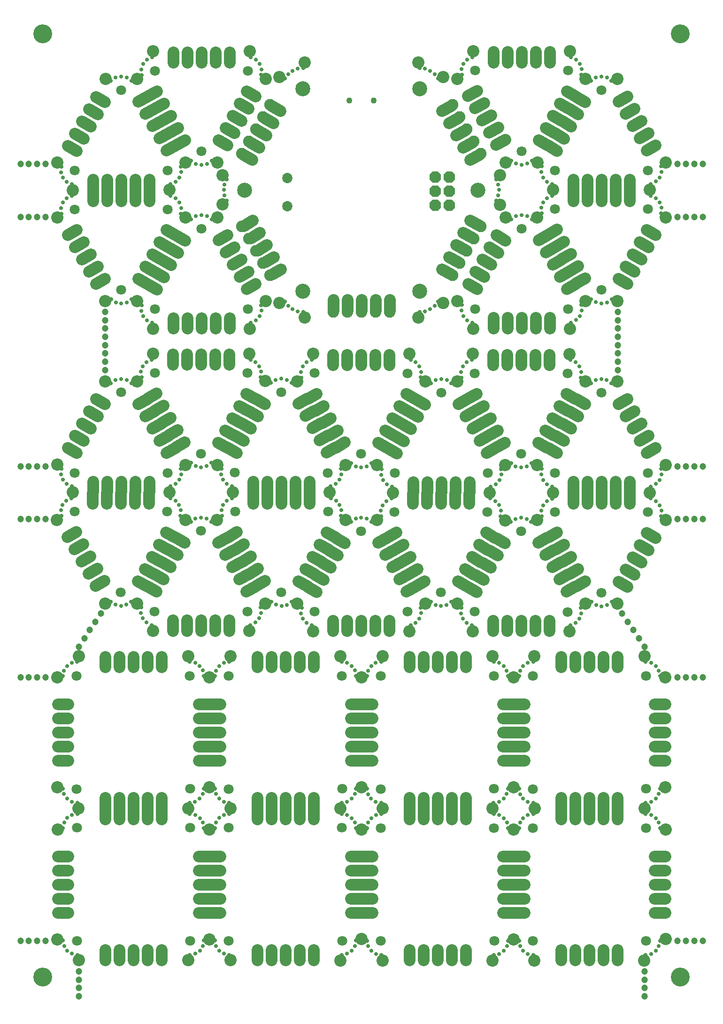
<source format=gbs>
G04 EAGLE Gerber X2 export*
G75*
%MOIN*%
%FSLAX24Y24*%
%LPD*%
%AMOC8*
5,1,8,0,0,1.08239X$1,22.5*%
G01*
%ADD10C,0.070992*%
%ADD11C,0.027685*%
%ADD12C,0.106425*%
%ADD13C,0.086740*%
%ADD14C,0.047370*%
%ADD15C,0.133984*%
%ADD16C,0.082000*%
%ADD17C,0.073000*%
%ADD18P,0.088756X8X292.500000*%
%ADD19C,0.043433*%
%ADD20C,0.082000*%


D10*
X15623Y34977D03*
X22218Y34974D03*
X18915Y29256D03*
D11*
X15408Y35921D03*
X15044Y35751D03*
X14784Y35451D03*
X14654Y35076D03*
X14689Y34675D03*
X18197Y28599D03*
X18529Y28375D03*
X18919Y28289D03*
X19311Y28370D03*
X19635Y28598D03*
X23146Y34678D03*
X23175Y35076D03*
X23050Y35454D03*
X22785Y35752D03*
X22426Y35925D03*
D10*
X4393Y4511D03*
X4393Y12541D03*
X12433Y4521D03*
X12423Y12541D03*
D11*
X3711Y13244D03*
X4040Y13462D03*
X4426Y13534D03*
X3492Y12914D03*
X3417Y12529D03*
X12411Y13534D03*
X12796Y13462D03*
X13123Y13240D03*
X13342Y12918D03*
X13417Y12525D03*
X3417Y4542D03*
X3492Y4153D03*
X3707Y3829D03*
X4037Y3608D03*
X4428Y3533D03*
X12409Y3533D03*
X12794Y3608D03*
X13123Y3827D03*
X13342Y4156D03*
X13417Y4542D03*
D12*
X28741Y50622D03*
X20441Y50612D03*
X32881Y57802D03*
X28741Y64982D03*
X20441Y64982D03*
X16291Y57802D03*
D11*
X15028Y57055D03*
X14874Y57421D03*
X14823Y57811D03*
X14874Y58201D03*
X15028Y58563D03*
X19157Y65717D03*
X19394Y66028D03*
X19709Y66268D03*
X20071Y66417D03*
X20461Y66469D03*
X28720Y66469D03*
X29110Y66417D03*
X29476Y66268D03*
X29787Y66028D03*
X30028Y65717D03*
X34154Y58563D03*
X34307Y58201D03*
X34358Y57811D03*
X34307Y57417D03*
X34154Y57055D03*
X30024Y49902D03*
X29787Y49591D03*
X29476Y49350D03*
X29110Y49201D03*
X28720Y49150D03*
X20461Y49150D03*
X20071Y49201D03*
X19705Y49350D03*
X19394Y49591D03*
X19157Y49902D03*
D10*
X9907Y27899D03*
X13207Y33609D03*
X16507Y27889D03*
D11*
X8982Y28184D03*
X8947Y27784D03*
X9077Y27409D03*
X9337Y27109D03*
X9702Y26939D03*
X16717Y26939D03*
X17077Y27114D03*
X17347Y27409D03*
X17472Y27789D03*
X17437Y28184D03*
X13927Y34264D03*
X13597Y34489D03*
X13207Y34569D03*
X12817Y34489D03*
X12487Y34264D03*
D10*
X4237Y37736D03*
X7537Y43446D03*
X10837Y37726D03*
D11*
X3312Y38021D03*
X3277Y37621D03*
X3407Y37246D03*
X3667Y36946D03*
X4032Y36776D03*
X11047Y36776D03*
X11407Y36951D03*
X11677Y37246D03*
X11802Y37626D03*
X11767Y38021D03*
X8257Y44101D03*
X7927Y44326D03*
X7537Y44406D03*
X7147Y44326D03*
X6817Y44101D03*
D10*
X15602Y37748D03*
X18902Y43458D03*
X22202Y37738D03*
D11*
X14677Y38033D03*
X14642Y37633D03*
X14772Y37258D03*
X15032Y36958D03*
X15397Y36788D03*
X22412Y36788D03*
X22772Y36963D03*
X23042Y37258D03*
X23167Y37638D03*
X23132Y38033D03*
X19622Y44113D03*
X19292Y44338D03*
X18902Y44418D03*
X18512Y44338D03*
X18182Y44113D03*
D10*
X4222Y34982D03*
X10817Y34979D03*
X7514Y29261D03*
D11*
X4007Y35925D03*
X3643Y35756D03*
X3383Y35456D03*
X3253Y35081D03*
X3289Y34679D03*
X6796Y28604D03*
X7128Y28380D03*
X7518Y28294D03*
X7910Y28375D03*
X8234Y28603D03*
X11745Y34683D03*
X11775Y35081D03*
X11649Y35459D03*
X11385Y35757D03*
X11025Y35930D03*
D10*
X9921Y44821D03*
X16516Y44819D03*
X13212Y39101D03*
D11*
X9705Y45765D03*
X9341Y45595D03*
X9081Y45295D03*
X8951Y44920D03*
X8987Y44519D03*
X12494Y38444D03*
X12826Y38220D03*
X13216Y38133D03*
X13608Y38215D03*
X13932Y38443D03*
X17443Y44523D03*
X17473Y44921D03*
X17347Y45299D03*
X17083Y45596D03*
X16723Y45770D03*
D10*
X38348Y34959D03*
X44943Y34956D03*
X41639Y29238D03*
D11*
X38132Y35903D03*
X37768Y35733D03*
X37508Y35433D03*
X37379Y35058D03*
X37414Y34657D03*
X40921Y28582D03*
X41253Y28357D03*
X41643Y28271D03*
X42035Y28353D03*
X42360Y28581D03*
X45870Y34660D03*
X45900Y35059D03*
X45774Y35436D03*
X45510Y35734D03*
X45150Y35907D03*
D10*
X32631Y27882D03*
X35931Y33592D03*
X39231Y27872D03*
D11*
X31706Y28167D03*
X31671Y27767D03*
X31801Y27392D03*
X32061Y27092D03*
X32426Y26922D03*
X39441Y26922D03*
X39801Y27097D03*
X40071Y27392D03*
X40196Y27772D03*
X40161Y28167D03*
X36651Y34247D03*
X36321Y34472D03*
X35931Y34552D03*
X35541Y34472D03*
X35211Y34247D03*
D10*
X26962Y37718D03*
X30262Y43428D03*
X33562Y37708D03*
D11*
X26037Y38003D03*
X26002Y37603D03*
X26132Y37228D03*
X26392Y36928D03*
X26757Y36758D03*
X33772Y36758D03*
X34132Y36933D03*
X34402Y37228D03*
X34527Y37608D03*
X34492Y38003D03*
X30982Y44083D03*
X30652Y44308D03*
X30262Y44388D03*
X29872Y44308D03*
X29542Y44083D03*
D10*
X38326Y37730D03*
X41626Y43440D03*
X44926Y37720D03*
D11*
X37401Y38015D03*
X37366Y37615D03*
X37496Y37240D03*
X37756Y36940D03*
X38121Y36770D03*
X45136Y36770D03*
X45496Y36945D03*
X45766Y37240D03*
X45891Y37620D03*
X45856Y38015D03*
X42346Y44095D03*
X42016Y44320D03*
X41626Y44400D03*
X41236Y44320D03*
X40906Y44095D03*
D10*
X26947Y34964D03*
X33542Y34961D03*
X30238Y29243D03*
D11*
X26731Y35908D03*
X26367Y35738D03*
X26107Y35438D03*
X25978Y35063D03*
X26013Y34662D03*
X29520Y28587D03*
X29852Y28362D03*
X30242Y28276D03*
X30634Y28358D03*
X30959Y28586D03*
X34469Y34665D03*
X34499Y35064D03*
X34373Y35441D03*
X34109Y35739D03*
X33749Y35912D03*
D10*
X32645Y44804D03*
X39240Y44801D03*
X35936Y39083D03*
D11*
X32429Y45747D03*
X32065Y45578D03*
X31806Y45278D03*
X31676Y44902D03*
X31711Y44501D03*
X35219Y38426D03*
X35550Y38202D03*
X35941Y38116D03*
X36332Y38197D03*
X36657Y38425D03*
X40167Y44505D03*
X40197Y44903D03*
X40071Y45281D03*
X39807Y45579D03*
X39447Y45752D03*
D10*
X9943Y66273D03*
X16538Y66270D03*
X13234Y60552D03*
D11*
X9727Y67217D03*
X9363Y67047D03*
X9103Y66747D03*
X8973Y66372D03*
X9009Y65971D03*
X12516Y59895D03*
X12848Y59671D03*
X13238Y59585D03*
X13630Y59667D03*
X13954Y59894D03*
X17465Y65974D03*
X17495Y66372D03*
X17369Y66750D03*
X17105Y67048D03*
X16745Y67221D03*
D10*
X9936Y49354D03*
X13236Y55064D03*
X16536Y49344D03*
D11*
X9011Y49639D03*
X8976Y49239D03*
X9106Y48864D03*
X9366Y48564D03*
X9731Y48394D03*
X16746Y48394D03*
X17106Y48569D03*
X17376Y48864D03*
X17501Y49244D03*
X17466Y49639D03*
X13956Y55719D03*
X13626Y55944D03*
X13236Y56024D03*
X12846Y55944D03*
X12516Y55719D03*
D10*
X38330Y59193D03*
X41630Y64903D03*
X44930Y59183D03*
D11*
X37405Y59478D03*
X37370Y59078D03*
X37500Y58703D03*
X37760Y58403D03*
X38125Y58233D03*
X45140Y58233D03*
X45500Y58408D03*
X45770Y58703D03*
X45895Y59083D03*
X45860Y59478D03*
X42350Y65558D03*
X42020Y65783D03*
X41630Y65863D03*
X41240Y65783D03*
X40910Y65558D03*
D10*
X38340Y56444D03*
X44935Y56441D03*
X41632Y50724D03*
D11*
X38124Y57388D03*
X37761Y57218D03*
X37501Y56918D03*
X37371Y56543D03*
X37406Y56142D03*
X40914Y50067D03*
X41245Y49842D03*
X41636Y49756D03*
X42027Y49838D03*
X42352Y50066D03*
X45862Y56145D03*
X45892Y56544D03*
X45767Y56921D03*
X45502Y57219D03*
X45142Y57393D03*
D10*
X21283Y44807D03*
X27878Y44804D03*
X24574Y39086D03*
D11*
X21067Y45750D03*
X20703Y45580D03*
X20444Y45280D03*
X20314Y44905D03*
X20349Y44504D03*
X23857Y38429D03*
X24188Y38205D03*
X24579Y38118D03*
X24970Y38200D03*
X25295Y38428D03*
X28805Y44508D03*
X28835Y44906D03*
X28709Y45284D03*
X28445Y45581D03*
X28085Y45755D03*
D10*
X21277Y27888D03*
X24577Y33598D03*
X27877Y27878D03*
D11*
X20352Y28173D03*
X20317Y27773D03*
X20447Y27398D03*
X20707Y27098D03*
X21072Y26928D03*
X28087Y26928D03*
X28447Y27103D03*
X28717Y27398D03*
X28842Y27778D03*
X28807Y28173D03*
X25297Y34253D03*
X24967Y34478D03*
X24577Y34558D03*
X24187Y34478D03*
X23857Y34253D03*
D10*
X32673Y66281D03*
X39268Y66278D03*
X35964Y60560D03*
D11*
X32457Y67225D03*
X32093Y67055D03*
X31833Y66755D03*
X31704Y66380D03*
X31739Y65979D03*
X35246Y59903D03*
X35578Y59679D03*
X35968Y59593D03*
X36360Y59675D03*
X36685Y59902D03*
X40195Y65982D03*
X40225Y66380D03*
X40099Y66758D03*
X39835Y67056D03*
X39475Y67229D03*
D10*
X32667Y49362D03*
X35967Y55072D03*
X39267Y49352D03*
D11*
X31742Y49647D03*
X31707Y49247D03*
X31837Y48872D03*
X32097Y48572D03*
X32462Y48402D03*
X39477Y48402D03*
X39837Y48577D03*
X40107Y48872D03*
X40232Y49252D03*
X40197Y49647D03*
X36687Y55727D03*
X36357Y55952D03*
X35967Y56032D03*
X35577Y55952D03*
X35247Y55727D03*
D10*
X4237Y59187D03*
X7537Y64897D03*
X10837Y59177D03*
D11*
X3312Y59472D03*
X3277Y59072D03*
X3407Y58697D03*
X3667Y58397D03*
X4032Y58227D03*
X11047Y58227D03*
X11407Y58402D03*
X11677Y58697D03*
X11802Y59077D03*
X11767Y59472D03*
X8257Y65552D03*
X7927Y65777D03*
X7537Y65857D03*
X7147Y65777D03*
X6817Y65552D03*
D10*
X4248Y56438D03*
X10843Y56436D03*
X7539Y50718D03*
D11*
X4032Y57382D03*
X3668Y57212D03*
X3408Y56912D03*
X3278Y56537D03*
X3314Y56136D03*
X6821Y50061D03*
X7153Y49837D03*
X7543Y49750D03*
X7935Y49832D03*
X8259Y50060D03*
X11770Y56140D03*
X11800Y56538D03*
X11674Y56916D03*
X11410Y57213D03*
X11050Y57387D03*
D10*
X4384Y15303D03*
X4384Y23333D03*
X12424Y15313D03*
X12414Y23333D03*
D11*
X3701Y24035D03*
X4031Y24254D03*
X4416Y24325D03*
X3483Y23706D03*
X3407Y23320D03*
X12401Y24325D03*
X12786Y24254D03*
X13114Y24031D03*
X13332Y23710D03*
X13407Y23317D03*
X3407Y15333D03*
X3483Y14944D03*
X3697Y14621D03*
X4027Y14400D03*
X4418Y14325D03*
X12399Y14325D03*
X12784Y14400D03*
X13114Y14619D03*
X13332Y14948D03*
X13407Y15333D03*
D10*
X15179Y15301D03*
X15179Y23331D03*
X23219Y15311D03*
X23209Y23331D03*
D11*
X14497Y24033D03*
X14826Y24252D03*
X15211Y24323D03*
X14278Y23704D03*
X14203Y23319D03*
X23196Y24323D03*
X23582Y24252D03*
X23909Y24029D03*
X24128Y23708D03*
X24203Y23315D03*
X14203Y15331D03*
X14278Y14942D03*
X14493Y14619D03*
X14822Y14398D03*
X15213Y14323D03*
X23194Y14323D03*
X23580Y14398D03*
X23909Y14617D03*
X24128Y14946D03*
X24203Y15331D03*
D10*
X15179Y4511D03*
X15179Y12541D03*
X23219Y4521D03*
X23209Y12541D03*
D11*
X14497Y13244D03*
X14826Y13462D03*
X15211Y13534D03*
X14278Y12914D03*
X14203Y12529D03*
X23196Y13534D03*
X23582Y13462D03*
X23909Y13240D03*
X24128Y12918D03*
X24203Y12525D03*
X14203Y4542D03*
X14278Y4153D03*
X14493Y3829D03*
X14822Y3608D03*
X15213Y3533D03*
X23194Y3533D03*
X23580Y3608D03*
X23909Y3827D03*
X24128Y4156D03*
X24203Y4542D03*
D10*
X25978Y4508D03*
X25978Y12538D03*
X34018Y4518D03*
X34008Y12538D03*
D11*
X25296Y13240D03*
X25625Y13459D03*
X26010Y13530D03*
X25077Y12910D03*
X25002Y12525D03*
X33996Y13530D03*
X34381Y13459D03*
X34708Y13236D03*
X34927Y12914D03*
X35002Y12521D03*
X25002Y4538D03*
X25077Y4149D03*
X25292Y3825D03*
X25621Y3604D03*
X26012Y3529D03*
X33994Y3529D03*
X34379Y3604D03*
X34708Y3823D03*
X34927Y4153D03*
X35002Y4538D03*
D10*
X25968Y15299D03*
X25968Y23329D03*
X34008Y15309D03*
X33998Y23329D03*
D11*
X25286Y24031D03*
X25615Y24250D03*
X26001Y24321D03*
X25067Y23702D03*
X24992Y23317D03*
X33986Y24321D03*
X34371Y24250D03*
X34698Y24027D03*
X34917Y23706D03*
X34992Y23313D03*
X24992Y15329D03*
X25067Y14940D03*
X25282Y14617D03*
X25611Y14396D03*
X26002Y14321D03*
X33984Y14321D03*
X34369Y14396D03*
X34698Y14615D03*
X34917Y14944D03*
X34992Y15329D03*
D10*
X36763Y15297D03*
X36763Y23327D03*
X44803Y15307D03*
X44793Y23327D03*
D11*
X36081Y24029D03*
X36411Y24248D03*
X36796Y24319D03*
X35863Y23700D03*
X35787Y23315D03*
X44781Y24319D03*
X45166Y24248D03*
X45493Y24025D03*
X45712Y23704D03*
X45787Y23311D03*
X35787Y15327D03*
X35863Y14938D03*
X36077Y14615D03*
X36407Y14394D03*
X36798Y14319D03*
X44779Y14319D03*
X45164Y14394D03*
X45493Y14613D03*
X45712Y14942D03*
X45787Y15327D03*
D10*
X36763Y4508D03*
X36763Y12538D03*
X44803Y4518D03*
X44793Y12538D03*
D11*
X36081Y13240D03*
X36411Y13459D03*
X36796Y13530D03*
X35863Y12910D03*
X35787Y12525D03*
X44781Y13530D03*
X45166Y13459D03*
X45493Y13236D03*
X45712Y12914D03*
X45787Y12521D03*
X35787Y4538D03*
X35863Y4149D03*
X36077Y3825D03*
X36407Y3604D03*
X36798Y3529D03*
X44779Y3529D03*
X45164Y3604D03*
X45493Y3823D03*
X45712Y4153D03*
X45787Y4538D03*
D13*
X4520Y3142D03*
X3016Y4634D03*
X3020Y12433D03*
X4516Y13929D03*
X12307Y13933D03*
X13807Y12425D03*
X15315Y13925D03*
X13807Y15425D03*
X12311Y3146D03*
X13807Y4634D03*
X15303Y3142D03*
X23094Y3138D03*
X26094Y3138D03*
X24606Y4646D03*
X33894Y3138D03*
X35394Y4638D03*
X36878Y3134D03*
X44681Y3138D03*
X46185Y4642D03*
X46189Y12429D03*
X44685Y13929D03*
X36898Y13929D03*
X35390Y12433D03*
X33890Y13925D03*
X35394Y15429D03*
X46181Y15425D03*
X24602Y12425D03*
X23098Y13925D03*
X24598Y15433D03*
X26094Y13921D03*
X3016Y15429D03*
X3016Y23220D03*
X4524Y24717D03*
X12299Y24720D03*
X13811Y23217D03*
X15303Y24720D03*
X23102Y24709D03*
X26098Y24717D03*
X24602Y23209D03*
X33886Y24720D03*
X35390Y23217D03*
X36878Y24713D03*
X44685Y24713D03*
X46181Y23220D03*
X10961Y36343D03*
X12098Y38299D03*
X14354Y38303D03*
X15484Y36350D03*
X14350Y34402D03*
X12087Y34394D03*
X23461Y38303D03*
X25705Y38287D03*
X26831Y36331D03*
X25701Y34382D03*
X23457Y34386D03*
X22335Y36350D03*
X34815Y38280D03*
X37079Y38295D03*
X38197Y36339D03*
X37071Y34378D03*
X34815Y34370D03*
X33693Y36339D03*
X12094Y59772D03*
X10969Y57811D03*
X12098Y55858D03*
X14370Y55862D03*
X14740Y56780D03*
X14740Y58854D03*
X14378Y59764D03*
X34449Y58850D03*
X34846Y59764D03*
X37087Y59760D03*
X38201Y57815D03*
X37083Y55858D03*
X34839Y55866D03*
X34445Y56760D03*
X16650Y46193D03*
X17772Y44244D03*
X20028Y44236D03*
X21157Y46177D03*
X20567Y48748D03*
X18768Y49787D03*
X17799Y49925D03*
X16665Y47969D03*
X28630Y48752D03*
X30417Y49799D03*
X31413Y49925D03*
X32531Y47969D03*
X32512Y46177D03*
X31398Y44220D03*
X29142Y44232D03*
X28012Y46181D03*
X6406Y44236D03*
X8669Y44240D03*
X9791Y46193D03*
X9807Y47969D03*
X8673Y49921D03*
X6417Y49917D03*
X42772Y49921D03*
X40512Y49929D03*
X39386Y47969D03*
X39378Y46173D03*
X40504Y44228D03*
X42764Y44228D03*
X2988Y38307D03*
X4102Y36350D03*
X2972Y34390D03*
X6406Y28457D03*
X8661Y28453D03*
X9787Y26508D03*
X16650Y26508D03*
X17780Y28461D03*
X20035Y28457D03*
X21161Y26500D03*
X28008Y26504D03*
X29130Y28449D03*
X31390Y28457D03*
X32516Y26500D03*
X39370Y26500D03*
X40512Y28445D03*
X42768Y28445D03*
X46189Y34378D03*
X45063Y36339D03*
X46193Y38295D03*
X2988Y55858D03*
X4114Y57803D03*
X2988Y59760D03*
X6421Y65693D03*
X8677Y65697D03*
X9811Y67654D03*
X16665Y67642D03*
X17791Y65693D03*
X18768Y65831D03*
X20563Y66870D03*
X28626Y66862D03*
X30417Y65827D03*
X31413Y65705D03*
X32531Y67654D03*
X39394Y67654D03*
X40512Y65701D03*
X42764Y65697D03*
X46189Y59764D03*
X45059Y57815D03*
X46193Y55862D03*
D14*
X4528Y2362D03*
X4528Y1772D03*
X4528Y1181D03*
X4528Y591D03*
X2165Y4528D03*
X1575Y4528D03*
X984Y4528D03*
X394Y4528D03*
X44685Y2362D03*
X44685Y1772D03*
X44685Y1181D03*
X44685Y591D03*
X47047Y4528D03*
X47638Y4528D03*
X48228Y4528D03*
X48819Y4528D03*
X47047Y23228D03*
X47638Y23228D03*
X48228Y23228D03*
X48819Y23228D03*
X2165Y23228D03*
X1575Y23228D03*
X984Y23228D03*
X394Y23228D03*
X2165Y59646D03*
X1575Y59646D03*
X984Y59646D03*
X394Y59646D03*
X47047Y59646D03*
X47638Y59646D03*
X48228Y59646D03*
X48819Y59646D03*
X47047Y55906D03*
X47638Y55906D03*
X48228Y55906D03*
X48819Y55906D03*
X2165Y55906D03*
X1575Y55906D03*
X984Y55906D03*
X394Y55906D03*
X394Y38189D03*
X984Y38189D03*
X1575Y38189D03*
X2165Y38189D03*
X394Y34449D03*
X984Y34449D03*
X1575Y34449D03*
X2165Y34449D03*
X47047Y38189D03*
X47638Y38189D03*
X48228Y38189D03*
X48819Y38189D03*
X47047Y34449D03*
X47638Y34449D03*
X48228Y34449D03*
X48819Y34449D03*
X6398Y49163D03*
X6398Y48573D03*
X6398Y47982D03*
X6398Y47392D03*
X6398Y46801D03*
X6398Y46211D03*
X6398Y45620D03*
X6398Y45030D03*
X42815Y49163D03*
X42815Y48573D03*
X42815Y47982D03*
X42815Y47392D03*
X42815Y46801D03*
X42815Y46211D03*
X42815Y45620D03*
X42815Y45030D03*
X6102Y27756D03*
X5709Y27165D03*
X5315Y26575D03*
X4921Y25984D03*
X4528Y25394D03*
X43110Y27756D03*
X43504Y27165D03*
X43898Y26575D03*
X44291Y25984D03*
X44685Y25394D03*
D15*
X1969Y1969D03*
X47244Y1969D03*
X47244Y68898D03*
X1969Y68898D03*
D16*
X15736Y33541D02*
X15096Y33171D01*
X15596Y32305D02*
X16236Y32675D01*
X16736Y31809D02*
X16096Y31439D01*
X16596Y30573D02*
X17236Y30943D01*
X17736Y30077D02*
X17096Y29707D01*
X20115Y30057D02*
X20756Y29687D01*
X21256Y30553D02*
X20615Y30923D01*
X21115Y31789D02*
X21756Y31419D01*
X22256Y32285D02*
X21615Y32655D01*
X22115Y33521D02*
X22756Y33151D01*
X16914Y35568D02*
X16914Y36308D01*
X17914Y36308D02*
X17914Y35568D01*
X18914Y35568D02*
X18914Y36308D01*
X19914Y36308D02*
X19914Y35568D01*
X20914Y35568D02*
X20914Y36308D01*
X3783Y6531D02*
X3043Y6531D01*
X3043Y7531D02*
X3783Y7531D01*
X3783Y8531D02*
X3043Y8531D01*
X3043Y9531D02*
X3783Y9531D01*
X3783Y10531D02*
X3043Y10531D01*
X13043Y6531D02*
X13783Y6531D01*
X13783Y7531D02*
X13043Y7531D01*
X13043Y8531D02*
X13783Y8531D01*
X13783Y9531D02*
X13043Y9531D01*
X13043Y10531D02*
X13783Y10531D01*
X6413Y13161D02*
X6413Y13901D01*
X7413Y13901D02*
X7413Y13161D01*
X8413Y13161D02*
X8413Y13901D01*
X9413Y13901D02*
X9413Y13161D01*
X10413Y13161D02*
X10413Y13901D01*
X6413Y3901D02*
X6413Y3161D01*
X7413Y3161D02*
X7413Y3901D01*
X8413Y3901D02*
X8413Y3161D01*
X9413Y3161D02*
X9413Y3901D01*
X10413Y3901D02*
X10413Y3161D01*
D17*
X19341Y58642D03*
X19341Y56642D03*
D18*
X29841Y58709D03*
X30841Y58709D03*
X29841Y57709D03*
X30841Y57709D03*
X29841Y56709D03*
X30841Y56709D03*
D19*
X25457Y64142D03*
X23724Y64142D03*
D20*
X26591Y49142D03*
X25591Y49142D03*
X24591Y49142D03*
X23591Y49142D03*
X22591Y49142D03*
D16*
X26591Y49272D02*
X26591Y50012D01*
X25591Y50012D02*
X25591Y49272D01*
X24591Y49272D02*
X24591Y50012D01*
X23591Y50012D02*
X23591Y49272D01*
X22591Y49272D02*
X22591Y50012D01*
D20*
X31069Y51757D03*
X31569Y52623D03*
X32069Y53489D03*
X32569Y54355D03*
X33069Y55222D03*
D16*
X30956Y51822D02*
X30315Y52192D01*
X30815Y53058D02*
X31456Y52688D01*
X31956Y53554D02*
X31315Y53924D01*
X31815Y54790D02*
X32456Y54420D01*
X32956Y55287D02*
X32315Y55657D01*
D20*
X33069Y60395D03*
X32569Y61261D03*
X32069Y62127D03*
X31569Y62993D03*
X31069Y63859D03*
D16*
X32956Y60330D02*
X32315Y59960D01*
X31815Y60826D02*
X32456Y61196D01*
X31956Y62062D02*
X31315Y61692D01*
X30815Y62558D02*
X31456Y62928D01*
X30956Y63794D02*
X30315Y63424D01*
D20*
X18093Y63856D03*
X17593Y62990D03*
X17093Y62124D03*
X16593Y61258D03*
X16093Y60392D03*
D16*
X18205Y63791D02*
X18846Y63421D01*
X18346Y62555D02*
X17705Y62925D01*
X17205Y62059D02*
X17846Y61689D01*
X17346Y60823D02*
X16705Y61193D01*
X16205Y60327D02*
X16846Y59957D01*
D20*
X16107Y55207D03*
X16607Y54341D03*
X17107Y53475D03*
X17607Y52609D03*
X18107Y51743D03*
D16*
X16219Y55272D02*
X16860Y55642D01*
X17360Y54776D02*
X16719Y54406D01*
X17219Y53540D02*
X17860Y53910D01*
X18360Y53044D02*
X17719Y52674D01*
X18219Y51808D02*
X18860Y52178D01*
X11207Y27279D02*
X11207Y26539D01*
X12207Y26539D02*
X12207Y27279D01*
X13207Y27279D02*
X13207Y26539D01*
X14207Y26539D02*
X14207Y27279D01*
X15207Y27279D02*
X15207Y26539D01*
X16414Y29329D02*
X17055Y29699D01*
X16555Y30565D02*
X15914Y30195D01*
X15414Y31061D02*
X16055Y31431D01*
X15555Y32298D02*
X14914Y31928D01*
X14414Y32794D02*
X15055Y33164D01*
X10041Y29313D02*
X9400Y29683D01*
X9900Y30549D02*
X10541Y30179D01*
X11041Y31045D02*
X10400Y31415D01*
X10900Y32281D02*
X11541Y31911D01*
X12041Y32777D02*
X11400Y33147D01*
X5537Y36376D02*
X5537Y37116D01*
X6537Y37116D02*
X6537Y36376D01*
X7537Y36376D02*
X7537Y37116D01*
X8537Y37116D02*
X8537Y36376D01*
X9537Y36376D02*
X9537Y37116D01*
X10744Y39166D02*
X11385Y39536D01*
X10885Y40402D02*
X10244Y40032D01*
X9744Y40898D02*
X10385Y41268D01*
X9885Y42134D02*
X9244Y41764D01*
X8744Y42630D02*
X9385Y43000D01*
X4371Y39149D02*
X3731Y39519D01*
X4231Y40385D02*
X4871Y40015D01*
X5371Y40881D02*
X4731Y41251D01*
X5231Y42117D02*
X5871Y41747D01*
X6371Y42613D02*
X5731Y42983D01*
X16902Y37128D02*
X16902Y36388D01*
X17902Y36388D02*
X17902Y37128D01*
X18902Y37128D02*
X18902Y36388D01*
X19902Y36388D02*
X19902Y37128D01*
X20902Y37128D02*
X20902Y36388D01*
X22109Y39178D02*
X22749Y39548D01*
X22249Y40414D02*
X21609Y40044D01*
X21109Y40910D02*
X21749Y41280D01*
X21249Y42146D02*
X20609Y41776D01*
X20109Y42642D02*
X20749Y43012D01*
X15736Y39161D02*
X15095Y39531D01*
X15595Y40397D02*
X16236Y40027D01*
X16736Y40893D02*
X16095Y41263D01*
X16595Y42129D02*
X17236Y41759D01*
X17736Y42625D02*
X17095Y42995D01*
X4335Y33546D02*
X3695Y33176D01*
X4195Y32310D02*
X4835Y32680D01*
X5335Y31814D02*
X4695Y31444D01*
X5195Y30578D02*
X5835Y30948D01*
X6335Y30082D02*
X5695Y29712D01*
X8714Y30062D02*
X9355Y29692D01*
X9855Y30558D02*
X9214Y30928D01*
X9714Y31794D02*
X10355Y31424D01*
X10855Y32290D02*
X10214Y32660D01*
X10714Y33526D02*
X11355Y33156D01*
X5513Y35572D02*
X5513Y36312D01*
X6513Y36312D02*
X6513Y35572D01*
X7513Y35572D02*
X7513Y36312D01*
X8513Y36312D02*
X8513Y35572D01*
X9513Y35572D02*
X9513Y36312D01*
X9393Y43016D02*
X10034Y43386D01*
X10534Y42520D02*
X9893Y42150D01*
X10393Y41284D02*
X11034Y41654D01*
X11534Y40788D02*
X10893Y40418D01*
X11393Y39552D02*
X12034Y39922D01*
X14412Y39901D02*
X15053Y39531D01*
X15553Y40397D02*
X14912Y40767D01*
X15412Y41633D02*
X16053Y41263D01*
X16553Y42129D02*
X15912Y42499D01*
X16412Y43365D02*
X17053Y42995D01*
X11212Y45412D02*
X11212Y46152D01*
X12212Y46152D02*
X12212Y45412D01*
X13212Y45412D02*
X13212Y46152D01*
X14212Y46152D02*
X14212Y45412D01*
X15212Y45412D02*
X15212Y46152D01*
X37820Y33153D02*
X38461Y33523D01*
X38961Y32657D02*
X38320Y32287D01*
X38820Y31421D02*
X39461Y31791D01*
X39961Y30925D02*
X39320Y30555D01*
X39820Y29689D02*
X40461Y30059D01*
X42840Y30039D02*
X43481Y29669D01*
X43981Y30535D02*
X43340Y30905D01*
X43840Y31771D02*
X44481Y31401D01*
X44981Y32267D02*
X44340Y32637D01*
X44840Y33503D02*
X45481Y33133D01*
X39639Y35550D02*
X39639Y36290D01*
X40639Y36290D02*
X40639Y35550D01*
X41639Y35550D02*
X41639Y36290D01*
X42639Y36290D02*
X42639Y35550D01*
X43639Y35550D02*
X43639Y36290D01*
X33931Y27262D02*
X33931Y26522D01*
X34931Y26522D02*
X34931Y27262D01*
X35931Y27262D02*
X35931Y26522D01*
X36931Y26522D02*
X36931Y27262D01*
X37931Y27262D02*
X37931Y26522D01*
X39138Y29312D02*
X39779Y29682D01*
X39279Y30548D02*
X38638Y30178D01*
X38138Y31044D02*
X38779Y31414D01*
X38279Y32280D02*
X37638Y31910D01*
X37138Y32776D02*
X37779Y33146D01*
X32765Y29295D02*
X32124Y29665D01*
X32624Y30531D02*
X33265Y30161D01*
X33765Y31027D02*
X33124Y31397D01*
X33624Y32263D02*
X34265Y31893D01*
X34765Y32759D02*
X34124Y33129D01*
X28262Y36358D02*
X28262Y37098D01*
X29262Y37098D02*
X29262Y36358D01*
X30262Y36358D02*
X30262Y37098D01*
X31262Y37098D02*
X31262Y36358D01*
X32262Y36358D02*
X32262Y37098D01*
X33469Y39148D02*
X34110Y39518D01*
X33610Y40384D02*
X32969Y40014D01*
X32469Y40880D02*
X33110Y41250D01*
X32610Y42116D02*
X31969Y41746D01*
X31469Y42612D02*
X32110Y42982D01*
X27096Y39132D02*
X26455Y39502D01*
X26955Y40368D02*
X27596Y39998D01*
X28096Y40864D02*
X27455Y41234D01*
X27955Y42100D02*
X28596Y41730D01*
X29096Y42596D02*
X28455Y42966D01*
X39626Y37110D02*
X39626Y36370D01*
X40626Y36370D02*
X40626Y37110D01*
X41626Y37110D02*
X41626Y36370D01*
X42626Y36370D02*
X42626Y37110D01*
X43626Y37110D02*
X43626Y36370D01*
X44833Y39160D02*
X45474Y39530D01*
X44974Y40396D02*
X44333Y40026D01*
X43833Y40892D02*
X44474Y41262D01*
X43974Y42128D02*
X43333Y41758D01*
X42833Y42624D02*
X43474Y42994D01*
X38460Y39143D02*
X37819Y39513D01*
X38319Y40379D02*
X38960Y40009D01*
X39460Y40876D02*
X38819Y41246D01*
X39319Y42112D02*
X39960Y41742D01*
X40460Y42608D02*
X39819Y42978D01*
X27060Y33528D02*
X26419Y33158D01*
X26919Y32292D02*
X27560Y32662D01*
X28060Y31796D02*
X27419Y31426D01*
X27919Y30560D02*
X28560Y30930D01*
X29060Y30064D02*
X28419Y29694D01*
X31439Y30044D02*
X32080Y29674D01*
X32580Y30540D02*
X31939Y30910D01*
X32439Y31776D02*
X33080Y31406D01*
X33580Y32272D02*
X32939Y32642D01*
X33439Y33508D02*
X34080Y33138D01*
X28238Y35555D02*
X28238Y36295D01*
X29238Y36295D02*
X29238Y35555D01*
X30238Y35555D02*
X30238Y36295D01*
X31238Y36295D02*
X31238Y35555D01*
X32238Y35555D02*
X32238Y36295D01*
X32117Y42998D02*
X32758Y43368D01*
X33258Y42502D02*
X32617Y42132D01*
X33117Y41266D02*
X33758Y41636D01*
X34258Y40770D02*
X33617Y40400D01*
X34117Y39534D02*
X34758Y39904D01*
X37137Y39884D02*
X37778Y39514D01*
X38278Y40380D02*
X37637Y40750D01*
X38137Y41616D02*
X38778Y41246D01*
X39278Y42112D02*
X38637Y42482D01*
X39137Y43348D02*
X39778Y42978D01*
X33936Y45394D02*
X33936Y46134D01*
X34936Y46134D02*
X34936Y45394D01*
X35936Y45394D02*
X35936Y46134D01*
X36936Y46134D02*
X36936Y45394D01*
X37936Y45394D02*
X37936Y46134D01*
X10056Y64837D02*
X9415Y64467D01*
X9915Y63601D02*
X10556Y63971D01*
X11056Y63105D02*
X10415Y62735D01*
X10915Y61869D02*
X11556Y62239D01*
X12056Y61373D02*
X11415Y61003D01*
X14434Y61353D02*
X15075Y60983D01*
X15575Y61849D02*
X14934Y62219D01*
X15434Y63085D02*
X16075Y62715D01*
X16575Y63581D02*
X15934Y63951D01*
X16434Y64817D02*
X17075Y64447D01*
X11234Y66864D02*
X11234Y67604D01*
X12234Y67604D02*
X12234Y66864D01*
X13234Y66864D02*
X13234Y67604D01*
X14234Y67604D02*
X14234Y66864D01*
X15234Y66864D02*
X15234Y67604D01*
X11236Y48734D02*
X11236Y47994D01*
X12236Y47994D02*
X12236Y48734D01*
X13236Y48734D02*
X13236Y47994D01*
X14236Y47994D02*
X14236Y48734D01*
X15236Y48734D02*
X15236Y47994D01*
X16443Y50784D02*
X17084Y51154D01*
X16584Y52020D02*
X15943Y51650D01*
X15443Y52516D02*
X16084Y52886D01*
X15584Y53752D02*
X14943Y53382D01*
X14443Y54248D02*
X15084Y54618D01*
X10070Y50767D02*
X9429Y51137D01*
X9929Y52003D02*
X10570Y51634D01*
X11070Y52500D02*
X10429Y52870D01*
X10929Y53736D02*
X11570Y53366D01*
X12070Y54232D02*
X11429Y54602D01*
X39630Y57833D02*
X39630Y58573D01*
X40630Y58573D02*
X40630Y57833D01*
X41630Y57833D02*
X41630Y58573D01*
X42630Y58573D02*
X42630Y57833D01*
X43630Y57833D02*
X43630Y58573D01*
X44837Y60623D02*
X45478Y60993D01*
X44978Y61859D02*
X44337Y61489D01*
X43837Y62355D02*
X44478Y62725D01*
X43978Y63591D02*
X43337Y63221D01*
X42837Y64087D02*
X43478Y64457D01*
X38464Y60606D02*
X37823Y60976D01*
X38323Y61842D02*
X38964Y61472D01*
X39464Y62338D02*
X38823Y62708D01*
X39323Y63574D02*
X39964Y63204D01*
X40464Y64070D02*
X39823Y64440D01*
X38453Y55009D02*
X37812Y54639D01*
X38312Y53773D02*
X38953Y54143D01*
X39453Y53276D02*
X38812Y52907D01*
X39312Y52040D02*
X39953Y52410D01*
X40453Y51544D02*
X39812Y51174D01*
X42832Y51524D02*
X43473Y51154D01*
X43973Y52020D02*
X43332Y52390D01*
X43832Y53256D02*
X44473Y52886D01*
X44973Y53752D02*
X44332Y54122D01*
X44832Y54988D02*
X45473Y54618D01*
X39631Y57035D02*
X39631Y57775D01*
X40631Y57775D02*
X40631Y57035D01*
X41631Y57035D02*
X41631Y57775D01*
X42631Y57775D02*
X42631Y57035D01*
X43631Y57035D02*
X43631Y57775D01*
X21396Y43371D02*
X20755Y43001D01*
X21255Y42135D02*
X21896Y42505D01*
X22396Y41639D02*
X21755Y41269D01*
X22255Y40403D02*
X22896Y40773D01*
X23396Y39907D02*
X22755Y39537D01*
X25775Y39886D02*
X26416Y39516D01*
X26916Y40382D02*
X26275Y40752D01*
X26775Y41618D02*
X27416Y41248D01*
X27916Y42114D02*
X27275Y42484D01*
X27775Y43350D02*
X28416Y42980D01*
X22574Y45397D02*
X22574Y46137D01*
X23574Y46137D02*
X23574Y45397D01*
X24574Y45397D02*
X24574Y46137D01*
X25574Y46137D02*
X25574Y45397D01*
X26574Y45397D02*
X26574Y46137D01*
X22577Y27268D02*
X22577Y26528D01*
X23577Y26528D02*
X23577Y27268D01*
X24577Y27268D02*
X24577Y26528D01*
X25577Y26528D02*
X25577Y27268D01*
X26577Y27268D02*
X26577Y26528D01*
X27784Y29318D02*
X28425Y29688D01*
X27925Y30554D02*
X27284Y30184D01*
X26784Y31050D02*
X27425Y31420D01*
X26925Y32286D02*
X26284Y31916D01*
X25784Y32782D02*
X26425Y33152D01*
X21411Y29301D02*
X20770Y29671D01*
X21270Y30537D02*
X21911Y30167D01*
X22411Y31033D02*
X21770Y31403D01*
X22270Y32269D02*
X22911Y31899D01*
X23411Y32765D02*
X22770Y33135D01*
X32145Y64475D02*
X32786Y64845D01*
X33286Y63979D02*
X32645Y63609D01*
X33145Y62743D02*
X33786Y63113D01*
X34286Y62247D02*
X33645Y61877D01*
X34145Y61011D02*
X34786Y61381D01*
X37165Y61361D02*
X37806Y60991D01*
X38306Y61857D02*
X37665Y62227D01*
X38165Y63093D02*
X38806Y62723D01*
X39306Y63589D02*
X38665Y63959D01*
X39165Y64825D02*
X39806Y64455D01*
X33964Y66872D02*
X33964Y67612D01*
X34964Y67612D02*
X34964Y66872D01*
X35964Y66872D02*
X35964Y67612D01*
X36964Y67612D02*
X36964Y66872D01*
X37964Y66872D02*
X37964Y67612D01*
X33967Y48742D02*
X33967Y48002D01*
X34967Y48002D02*
X34967Y48742D01*
X35967Y48742D02*
X35967Y48002D01*
X36967Y48002D02*
X36967Y48742D01*
X37967Y48742D02*
X37967Y48002D01*
X39174Y50792D02*
X39814Y51162D01*
X39314Y52028D02*
X38674Y51658D01*
X38174Y52524D02*
X38814Y52894D01*
X38314Y53760D02*
X37674Y53390D01*
X37174Y54256D02*
X37814Y54626D01*
X32801Y50775D02*
X32160Y51145D01*
X32660Y52011D02*
X33301Y51641D01*
X33801Y52507D02*
X33160Y52877D01*
X33660Y53743D02*
X34301Y53373D01*
X34801Y54239D02*
X34160Y54609D01*
X5537Y57827D02*
X5537Y58567D01*
X6537Y58567D02*
X6537Y57827D01*
X7537Y57827D02*
X7537Y58567D01*
X8537Y58567D02*
X8537Y57827D01*
X9537Y57827D02*
X9537Y58567D01*
X10744Y60617D02*
X11385Y60987D01*
X10885Y61853D02*
X10244Y61483D01*
X9744Y62349D02*
X10385Y62719D01*
X9885Y63585D02*
X9244Y63215D01*
X8744Y64081D02*
X9385Y64451D01*
X4371Y60600D02*
X3731Y60970D01*
X4231Y61836D02*
X4871Y61466D01*
X5371Y62332D02*
X4731Y62702D01*
X5231Y63568D02*
X5871Y63198D01*
X6371Y64064D02*
X5731Y64434D01*
X4361Y55003D02*
X3720Y54633D01*
X4220Y53767D02*
X4861Y54137D01*
X5361Y53271D02*
X4720Y52901D01*
X5220Y52035D02*
X5861Y52405D01*
X6361Y51539D02*
X5720Y51169D01*
X8740Y51518D02*
X9380Y51148D01*
X9880Y52014D02*
X9240Y52384D01*
X9740Y53250D02*
X10380Y52880D01*
X10880Y53746D02*
X10240Y54116D01*
X10740Y54982D02*
X11380Y54612D01*
X5539Y57029D02*
X5539Y57769D01*
X6539Y57769D02*
X6539Y57029D01*
X7539Y57029D02*
X7539Y57769D01*
X8539Y57769D02*
X8539Y57029D01*
X9539Y57029D02*
X9539Y57769D01*
X3774Y17323D02*
X3034Y17323D01*
X3034Y18323D02*
X3774Y18323D01*
X3774Y19323D02*
X3034Y19323D01*
X3034Y20323D02*
X3774Y20323D01*
X3774Y21323D02*
X3034Y21323D01*
X13034Y17323D02*
X13774Y17323D01*
X13774Y18323D02*
X13034Y18323D01*
X13034Y19323D02*
X13774Y19323D01*
X13774Y20323D02*
X13034Y20323D01*
X13034Y21323D02*
X13774Y21323D01*
X6404Y23953D02*
X6404Y24693D01*
X7404Y24693D02*
X7404Y23953D01*
X8404Y23953D02*
X8404Y24693D01*
X9404Y24693D02*
X9404Y23953D01*
X10404Y23953D02*
X10404Y24693D01*
X6404Y14693D02*
X6404Y13953D01*
X7404Y13953D02*
X7404Y14693D01*
X8404Y14693D02*
X8404Y13953D01*
X9404Y13953D02*
X9404Y14693D01*
X10404Y14693D02*
X10404Y13953D01*
X13829Y17321D02*
X14569Y17321D01*
X14569Y18321D02*
X13829Y18321D01*
X13829Y19321D02*
X14569Y19321D01*
X14569Y20321D02*
X13829Y20321D01*
X13829Y21321D02*
X14569Y21321D01*
X23829Y17321D02*
X24569Y17321D01*
X24569Y18321D02*
X23829Y18321D01*
X23829Y19321D02*
X24569Y19321D01*
X24569Y20321D02*
X23829Y20321D01*
X23829Y21321D02*
X24569Y21321D01*
X17199Y23951D02*
X17199Y24691D01*
X18199Y24691D02*
X18199Y23951D01*
X19199Y23951D02*
X19199Y24691D01*
X20199Y24691D02*
X20199Y23951D01*
X21199Y23951D02*
X21199Y24691D01*
X17199Y14691D02*
X17199Y13951D01*
X18199Y13951D02*
X18199Y14691D01*
X19199Y14691D02*
X19199Y13951D01*
X20199Y13951D02*
X20199Y14691D01*
X21199Y14691D02*
X21199Y13951D01*
X14569Y6531D02*
X13829Y6531D01*
X13829Y7531D02*
X14569Y7531D01*
X14569Y8531D02*
X13829Y8531D01*
X13829Y9531D02*
X14569Y9531D01*
X14569Y10531D02*
X13829Y10531D01*
X23829Y6531D02*
X24569Y6531D01*
X24569Y7531D02*
X23829Y7531D01*
X23829Y8531D02*
X24569Y8531D01*
X24569Y9531D02*
X23829Y9531D01*
X23829Y10531D02*
X24569Y10531D01*
X17199Y13161D02*
X17199Y13901D01*
X18199Y13901D02*
X18199Y13161D01*
X19199Y13161D02*
X19199Y13901D01*
X20199Y13901D02*
X20199Y13161D01*
X21199Y13161D02*
X21199Y13901D01*
X17199Y3901D02*
X17199Y3161D01*
X18199Y3161D02*
X18199Y3901D01*
X19199Y3901D02*
X19199Y3161D01*
X20199Y3161D02*
X20199Y3901D01*
X21199Y3901D02*
X21199Y3161D01*
X24628Y6528D02*
X25368Y6528D01*
X25368Y7528D02*
X24628Y7528D01*
X24628Y8528D02*
X25368Y8528D01*
X25368Y9528D02*
X24628Y9528D01*
X24628Y10528D02*
X25368Y10528D01*
X34628Y6528D02*
X35368Y6528D01*
X35368Y7528D02*
X34628Y7528D01*
X34628Y8528D02*
X35368Y8528D01*
X35368Y9528D02*
X34628Y9528D01*
X34628Y10528D02*
X35368Y10528D01*
X27998Y13158D02*
X27998Y13898D01*
X28998Y13898D02*
X28998Y13158D01*
X29998Y13158D02*
X29998Y13898D01*
X30998Y13898D02*
X30998Y13158D01*
X31998Y13158D02*
X31998Y13898D01*
X27998Y3898D02*
X27998Y3158D01*
X28998Y3158D02*
X28998Y3898D01*
X29998Y3898D02*
X29998Y3158D01*
X30998Y3158D02*
X30998Y3898D01*
X31998Y3898D02*
X31998Y3158D01*
X25358Y17319D02*
X24618Y17319D01*
X24618Y18319D02*
X25358Y18319D01*
X25358Y19319D02*
X24618Y19319D01*
X24618Y20319D02*
X25358Y20319D01*
X25358Y21319D02*
X24618Y21319D01*
X34618Y17319D02*
X35358Y17319D01*
X35358Y18319D02*
X34618Y18319D01*
X34618Y19319D02*
X35358Y19319D01*
X35358Y20319D02*
X34618Y20319D01*
X34618Y21319D02*
X35358Y21319D01*
X27988Y23949D02*
X27988Y24689D01*
X28988Y24689D02*
X28988Y23949D01*
X29988Y23949D02*
X29988Y24689D01*
X30988Y24689D02*
X30988Y23949D01*
X31988Y23949D02*
X31988Y24689D01*
X27988Y14689D02*
X27988Y13949D01*
X28988Y13949D02*
X28988Y14689D01*
X29988Y14689D02*
X29988Y13949D01*
X30988Y13949D02*
X30988Y14689D01*
X31988Y14689D02*
X31988Y13949D01*
X35413Y17317D02*
X36153Y17317D01*
X36153Y18317D02*
X35413Y18317D01*
X35413Y19317D02*
X36153Y19317D01*
X36153Y20317D02*
X35413Y20317D01*
X35413Y21317D02*
X36153Y21317D01*
X45413Y17317D02*
X46153Y17317D01*
X46153Y18317D02*
X45413Y18317D01*
X45413Y19317D02*
X46153Y19317D01*
X46153Y20317D02*
X45413Y20317D01*
X45413Y21317D02*
X46153Y21317D01*
X38783Y23947D02*
X38783Y24687D01*
X39783Y24687D02*
X39783Y23947D01*
X40783Y23947D02*
X40783Y24687D01*
X41783Y24687D02*
X41783Y23947D01*
X42783Y23947D02*
X42783Y24687D01*
X38783Y14687D02*
X38783Y13947D01*
X39783Y13947D02*
X39783Y14687D01*
X40783Y14687D02*
X40783Y13947D01*
X41783Y13947D02*
X41783Y14687D01*
X42783Y14687D02*
X42783Y13947D01*
X36153Y6528D02*
X35413Y6528D01*
X35413Y7528D02*
X36153Y7528D01*
X36153Y8528D02*
X35413Y8528D01*
X35413Y9528D02*
X36153Y9528D01*
X36153Y10528D02*
X35413Y10528D01*
X45413Y6528D02*
X46153Y6528D01*
X46153Y7528D02*
X45413Y7528D01*
X45413Y8528D02*
X46153Y8528D01*
X46153Y9528D02*
X45413Y9528D01*
X45413Y10528D02*
X46153Y10528D01*
X38783Y13158D02*
X38783Y13898D01*
X39783Y13898D02*
X39783Y13158D01*
X40783Y13158D02*
X40783Y13898D01*
X41783Y13898D02*
X41783Y13158D01*
X42783Y13158D02*
X42783Y13898D01*
X38783Y3898D02*
X38783Y3158D01*
X39783Y3158D02*
X39783Y3898D01*
X40783Y3898D02*
X40783Y3158D01*
X41783Y3158D02*
X41783Y3898D01*
X42783Y3898D02*
X42783Y3158D01*
M02*

</source>
